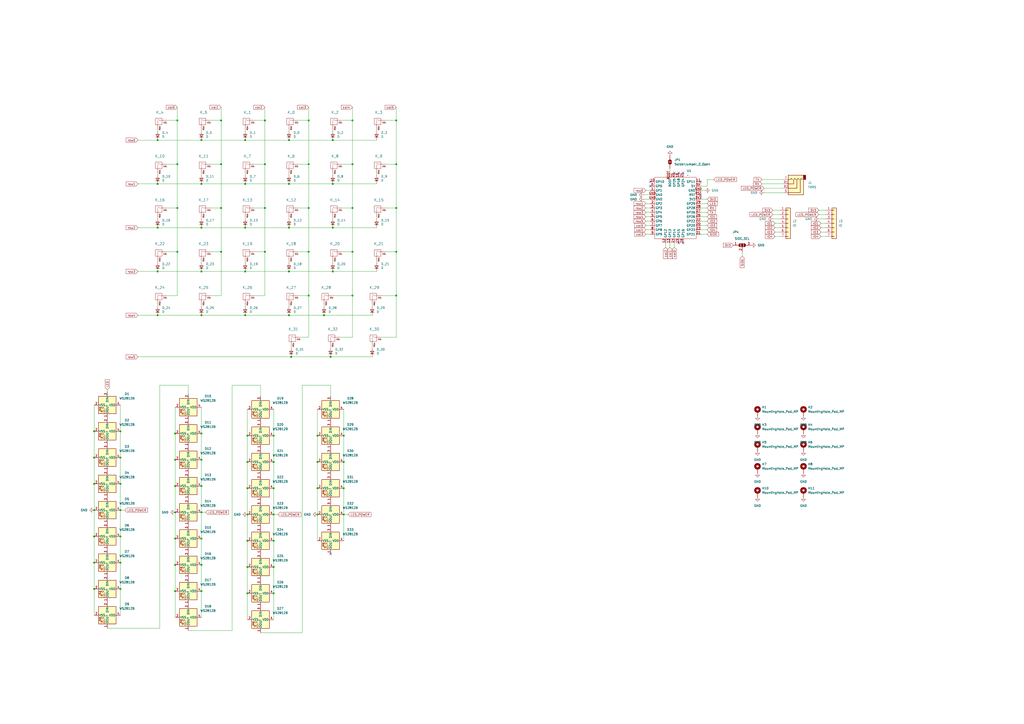
<source format=kicad_sch>
(kicad_sch (version 20250114) (generator "eeschema") (generator_version "9.0")
  (paper "A2")
  (junction (at 69.85 341.63))
  (junction (at 128.27 69.85))
  (junction (at 167.64 106.68))
  (junction (at 142.24 106.68))
  (junction (at 54.61 311.15))
  (junction (at 116.84 157.48))
  (junction (at 229.87 146.05))
  (junction (at 204.47 69.85))
  (junction (at 101.6 281.94))
  (junction (at 193.04 81.28))
  (junction (at 116.84 342.9))
  (junction (at 204.47 171.45))
  (junction (at 54.61 280.67))
  (junction (at 91.44 81.28))
  (junction (at 184.15 267.97))
  (junction (at 116.84 182.88))
  (junction (at 143.51 283.21))
  (junction (at 158.75 252.73))
  (junction (at 143.51 252.73))
  (junction (at 128.27 146.05))
  (junction (at 101.6 297.18))
  (junction (at 54.61 326.39))
  (junction (at 54.61 265.43))
  (junction (at 158.75 313.69))
  (junction (at 193.04 132.08))
  (junction (at 199.39 267.97))
  (junction (at 229.87 171.45))
  (junction (at 143.51 267.97))
  (junction (at 91.44 132.08))
  (junction (at 191.77 207.01))
  (junction (at 142.24 132.08))
  (junction (at 54.61 250.19))
  (junction (at 153.67 120.65))
  (junction (at 101.6 251.46))
  (junction (at 153.67 146.05))
  (junction (at 69.85 311.15))
  (junction (at 179.07 146.05))
  (junction (at 54.61 341.63))
  (junction (at 193.04 157.48))
  (junction (at 158.75 283.21))
  (junction (at 229.87 120.65))
  (junction (at 187.96 182.88))
  (junction (at 158.75 344.17))
  (junction (at 101.6 342.9))
  (junction (at 91.44 182.88))
  (junction (at 142.24 182.88))
  (junction (at 116.84 281.94))
  (junction (at 116.84 81.28))
  (junction (at 179.07 69.85))
  (junction (at 116.84 266.7))
  (junction (at 101.6 312.42))
  (junction (at 204.47 120.65))
  (junction (at 102.87 120.65))
  (junction (at 128.27 95.25))
  (junction (at 167.64 157.48))
  (junction (at 69.85 250.19))
  (junction (at 128.27 120.65))
  (junction (at 184.15 298.45))
  (junction (at 168.91 207.01))
  (junction (at 69.85 265.43))
  (junction (at 91.44 157.48))
  (junction (at 143.51 328.93))
  (junction (at 153.67 69.85))
  (junction (at 69.85 326.39))
  (junction (at 167.64 81.28))
  (junction (at 102.87 69.85))
  (junction (at 143.51 298.45))
  (junction (at 167.64 132.08))
  (junction (at 184.15 252.73))
  (junction (at 158.75 267.97))
  (junction (at 184.15 283.21))
  (junction (at 54.61 295.91))
  (junction (at 91.44 106.68))
  (junction (at 69.85 280.67))
  (junction (at 199.39 298.45))
  (junction (at 143.51 344.17))
  (junction (at 116.84 297.18))
  (junction (at 116.84 132.08))
  (junction (at 153.67 95.25))
  (junction (at 204.47 146.05))
  (junction (at 102.87 146.05))
  (junction (at 229.87 95.25))
  (junction (at 116.84 327.66))
  (junction (at 102.87 95.25))
  (junction (at 199.39 252.73))
  (junction (at 229.87 69.85))
  (junction (at 179.07 95.25))
  (junction (at 116.84 106.68))
  (junction (at 158.75 298.45))
  (junction (at 158.75 328.93))
  (junction (at 193.04 106.68))
  (junction (at 143.51 313.69))
  (junction (at 179.07 171.45))
  (junction (at 116.84 251.46))
  (junction (at 142.24 81.28))
  (junction (at 101.6 266.7))
  (junction (at 179.07 120.65))
  (junction (at 69.85 295.91))
  (junction (at 199.39 283.21))
  (junction (at 142.24 157.48))
  (junction (at 116.84 312.42))
  (junction (at 101.6 327.66))
  (junction (at 204.47 95.25))
  (junction (at 167.64 182.88))
  (no_connect (at 393.7 100.33))
  (no_connect (at 191.77 321.31))
  (no_connect (at 377.19 105.41))
  (no_connect (at 396.24 100.33))
  (no_connect (at 377.19 107.95))
  (no_connect (at 393.7 140.97))
  (no_connect (at 406.4 105.41))
  (no_connect (at 396.24 140.97))
  (no_connect (at 406.4 113.03))
  (no_connect (at 391.16 100.33))
  (wire (pts (xy 168.91 200.66) (xy 168.91 201.93)))
  (wire (pts (xy 167.64 125.73) (xy 167.64 127)))
  (wire (pts (xy 101.6 327.66) (xy 101.6 342.9)))
  (wire (pts (xy 223.52 95.25) (xy 229.87 95.25)))
  (wire (pts (xy 374.65 128.27) (xy 377.19 128.27)))
  (wire (pts (xy 128.27 171.45) (xy 128.27 146.05)))
  (wire (pts (xy 80.01 182.88) (xy 91.44 182.88)))
  (wire (pts (xy 158.75 344.17) (xy 158.75 359.41)))
  (wire (pts (xy 91.44 81.28) (xy 116.84 81.28)))
  (wire (pts (xy 410.21 104.14) (xy 410.21 107.95)))
  (wire (pts (xy 143.51 298.45) (xy 143.51 313.69)))
  (wire (pts (xy 147.32 120.65) (xy 153.67 120.65)))
  (wire (pts (xy 54.61 265.43) (xy 54.61 280.67)))
  (wire (pts (xy 406.4 133.35) (xy 410.21 133.35)))
  (wire (pts (xy 69.85 234.95) (xy 69.85 250.19)))
  (wire (pts (xy 184.15 252.73) (xy 184.15 267.97)))
  (wire (pts (xy 199.39 252.73) (xy 199.39 267.97)))
  (wire (pts (xy 91.44 106.68) (xy 116.84 106.68)))
  (wire (pts (xy 218.44 74.93) (xy 218.44 76.2)))
  (wire (pts (xy 184.15 237.49) (xy 184.15 252.73)))
  (wire (pts (xy 116.84 182.88) (xy 142.24 182.88)))
  (wire (pts (xy 167.64 74.93) (xy 167.64 76.2)))
  (wire (pts (xy 143.51 344.17) (xy 143.51 359.41)))
  (wire (pts (xy 179.07 146.05) (xy 179.07 120.65)))
  (wire (pts (xy 193.04 157.48) (xy 218.44 157.48)))
  (wire (pts (xy 193.04 81.28) (xy 218.44 81.28)))
  (wire (pts (xy 175.26 223.52) (xy 175.26 367.03)))
  (wire (pts (xy 175.26 223.52) (xy 191.77 223.52)))
  (wire (pts (xy 430.53 146.05) (xy 430.53 148.59)))
  (wire (pts (xy 193.04 100.33) (xy 193.04 101.6)))
  (wire (pts (xy 116.84 281.94) (xy 116.84 297.18)))
  (wire (pts (xy 80.01 81.28) (xy 91.44 81.28)))
  (wire (pts (xy 373.38 115.57) (xy 377.19 115.57)))
  (wire (pts (xy 142.24 176.53) (xy 142.24 177.8)))
  (wire (pts (xy 179.07 195.58) (xy 179.07 171.45)))
  (wire (pts (xy 143.51 267.97) (xy 143.51 283.21)))
  (wire (pts (xy 96.52 146.05) (xy 102.87 146.05)))
  (wire (pts (xy 96.52 120.65) (xy 102.87 120.65)))
  (wire (pts (xy 116.84 251.46) (xy 116.84 266.7)))
  (wire (pts (xy 374.65 110.49) (xy 377.19 110.49)))
  (wire (pts (xy 199.39 237.49) (xy 199.39 252.73)))
  (wire (pts (xy 128.27 62.23) (xy 128.27 69.85)))
  (wire (pts (xy 476.25 137.16) (xy 478.79 137.16)))
  (wire (pts (xy 158.75 283.21) (xy 158.75 298.45)))
  (wire (pts (xy 142.24 74.93) (xy 142.24 76.2)))
  (wire (pts (xy 69.85 265.43) (xy 69.85 280.67)))
  (wire (pts (xy 80.01 132.08) (xy 91.44 132.08)))
  (wire (pts (xy 474.98 121.92) (xy 478.79 121.92)))
  (wire (pts (xy 229.87 62.23) (xy 229.87 69.85)))
  (wire (pts (xy 109.22 365.76) (xy 134.62 365.76)))
  (wire (pts (xy 158.75 328.93) (xy 158.75 344.17)))
  (wire (pts (xy 91.44 157.48) (xy 116.84 157.48)))
  (wire (pts (xy 69.85 280.67) (xy 69.85 295.91)))
  (wire (pts (xy 204.47 195.58) (xy 204.47 171.45)))
  (wire (pts (xy 215.9 200.66) (xy 215.9 201.93)))
  (wire (pts (xy 102.87 171.45) (xy 102.87 146.05)))
  (wire (pts (xy 218.44 125.73) (xy 218.44 127)))
  (wire (pts (xy 167.64 81.28) (xy 193.04 81.28)))
  (wire (pts (xy 193.04 132.08) (xy 218.44 132.08)))
  (wire (pts (xy 199.39 267.97) (xy 199.39 283.21)))
  (wire (pts (xy 153.67 171.45) (xy 153.67 146.05)))
  (wire (pts (xy 218.44 100.33) (xy 218.44 101.6)))
  (wire (pts (xy 374.65 125.73) (xy 377.19 125.73)))
  (wire (pts (xy 454.66 111.76) (xy 443.23 111.76)))
  (wire (pts (xy 54.61 295.91) (xy 54.61 311.15)))
  (wire (pts (xy 96.52 95.25) (xy 102.87 95.25)))
  (wire (pts (xy 143.51 252.73) (xy 143.51 267.97)))
  (wire (pts (xy 91.44 74.93) (xy 91.44 76.2)))
  (wire (pts (xy 449.58 137.16) (xy 452.12 137.16)))
  (wire (pts (xy 184.15 298.45) (xy 184.15 313.69)))
  (wire (pts (xy 184.15 267.97) (xy 184.15 283.21)))
  (wire (pts (xy 198.12 120.65) (xy 204.47 120.65)))
  (wire (pts (xy 448.31 127) (xy 452.12 127)))
  (wire (pts (xy 142.24 125.73) (xy 142.24 127)))
  (wire (pts (xy 142.24 132.08) (xy 167.64 132.08)))
  (wire (pts (xy 374.65 135.89) (xy 377.19 135.89)))
  (wire (pts (xy 153.67 146.05) (xy 153.67 120.65)))
  (wire (pts (xy 101.6 342.9) (xy 101.6 358.14)))
  (wire (pts (xy 199.39 298.45) (xy 199.39 313.69)))
  (wire (pts (xy 391.16 140.97) (xy 391.16 143.51)))
  (wire (pts (xy 147.32 146.05) (xy 153.67 146.05)))
  (wire (pts (xy 179.07 69.85) (xy 179.07 95.25)))
  (wire (pts (xy 91.44 132.08) (xy 116.84 132.08)))
  (wire (pts (xy 229.87 146.05) (xy 229.87 120.65)))
  (wire (pts (xy 147.32 171.45) (xy 153.67 171.45)))
  (wire (pts (xy 198.12 95.25) (xy 204.47 95.25)))
  (wire (pts (xy 199.39 283.21) (xy 199.39 298.45)))
  (wire (pts (xy 109.22 223.52) (xy 109.22 228.6)))
  (wire (pts (xy 374.65 133.35) (xy 377.19 133.35)))
  (wire (pts (xy 116.84 81.28) (xy 142.24 81.28)))
  (wire (pts (xy 143.51 283.21) (xy 143.51 298.45)))
  (wire (pts (xy 128.27 120.65) (xy 128.27 95.25)))
  (wire (pts (xy 153.67 120.65) (xy 153.67 95.25)))
  (wire (pts (xy 223.52 146.05) (xy 229.87 146.05)))
  (wire (pts (xy 167.64 106.68) (xy 193.04 106.68)))
  (wire (pts (xy 121.92 69.85) (xy 128.27 69.85)))
  (wire (pts (xy 374.65 118.11) (xy 377.19 118.11)))
  (wire (pts (xy 116.84 106.68) (xy 142.24 106.68)))
  (wire (pts (xy 91.44 182.88) (xy 116.84 182.88)))
  (wire (pts (xy 191.77 207.01) (xy 215.9 207.01)))
  (wire (pts (xy 474.98 127) (xy 478.79 127)))
  (wire (pts (xy 101.6 297.18) (xy 101.6 312.42)))
  (wire (pts (xy 196.85 195.58) (xy 204.47 195.58)))
  (wire (pts (xy 121.92 171.45) (xy 128.27 171.45)))
  (wire (pts (xy 388.62 97.79) (xy 388.62 100.33)))
  (wire (pts (xy 54.61 326.39) (xy 54.61 341.63)))
  (wire (pts (xy 69.85 341.63) (xy 69.85 356.87)))
  (wire (pts (xy 116.84 176.53) (xy 116.84 177.8)))
  (wire (pts (xy 116.84 125.73) (xy 116.84 127)))
  (wire (pts (xy 167.64 132.08) (xy 193.04 132.08)))
  (wire (pts (xy 204.47 146.05) (xy 204.47 171.45)))
  (wire (pts (xy 80.01 106.68) (xy 91.44 106.68)))
  (wire (pts (xy 441.96 106.68) (xy 454.66 106.68)))
  (wire (pts (xy 158.75 237.49) (xy 158.75 252.73)))
  (wire (pts (xy 172.72 95.25) (xy 179.07 95.25)))
  (wire (pts (xy 193.04 74.93) (xy 193.04 76.2)))
  (wire (pts (xy 448.31 124.46) (xy 452.12 124.46)))
  (wire (pts (xy 449.58 134.62) (xy 452.12 134.62)))
  (wire (pts (xy 128.27 69.85) (xy 128.27 95.25)))
  (wire (pts (xy 179.07 171.45) (xy 179.07 146.05)))
  (wire (pts (xy 91.44 100.33) (xy 91.44 101.6)))
  (wire (pts (xy 116.84 74.93) (xy 116.84 76.2)))
  (wire (pts (xy 54.61 341.63) (xy 54.61 356.87)))
  (wire (pts (xy 476.25 134.62) (xy 478.79 134.62)))
  (wire (pts (xy 449.58 129.54) (xy 452.12 129.54)))
  (wire (pts (xy 143.51 237.49) (xy 143.51 252.73)))
  (wire (pts (xy 69.85 326.39) (xy 69.85 341.63)))
  (wire (pts (xy 410.21 123.19) (xy 406.4 123.19)))
  (wire (pts (xy 172.72 69.85) (xy 179.07 69.85)))
  (wire (pts (xy 386.08 140.97) (xy 386.08 143.51)))
  (wire (pts (xy 229.87 146.05) (xy 229.87 171.45)))
  (wire (pts (xy 128.27 146.05) (xy 128.27 120.65)))
  (wire (pts (xy 191.77 223.52) (xy 191.77 229.87)))
  (wire (pts (xy 101.6 312.42) (xy 101.6 327.66)))
  (wire (pts (xy 173.99 195.58) (xy 179.07 195.58)))
  (wire (pts (xy 406.4 115.57) (xy 410.21 115.57)))
  (wire (pts (xy 96.52 171.45) (xy 102.87 171.45)))
  (wire (pts (xy 142.24 81.28) (xy 167.64 81.28)))
  (wire (pts (xy 187.96 182.88) (xy 215.9 182.88)))
  (wire (pts (xy 204.47 62.23) (xy 204.47 69.85)))
  (wire (pts (xy 116.84 342.9) (xy 116.84 358.14)))
  (wire (pts (xy 116.84 132.08) (xy 142.24 132.08)))
  (wire (pts (xy 198.12 69.85) (xy 204.47 69.85)))
  (wire (pts (xy 101.6 251.46) (xy 101.6 266.7)))
  (wire (pts (xy 179.07 62.23) (xy 179.07 69.85)))
  (wire (pts (xy 116.84 312.42) (xy 116.84 327.66)))
  (wire (pts (xy 406.4 130.81) (xy 410.21 130.81)))
  (wire (pts (xy 410.21 104.14) (xy 414.02 104.14)))
  (wire (pts (xy 54.61 311.15) (xy 54.61 326.39)))
  (wire (pts (xy 215.9 177.8) (xy 215.9 176.53)))
  (wire (pts (xy 218.44 151.13) (xy 218.44 152.4)))
  (wire (pts (xy 142.24 157.48) (xy 167.64 157.48)))
  (wire (pts (xy 116.84 236.22) (xy 116.84 251.46)))
  (wire (pts (xy 204.47 69.85) (xy 204.47 95.25)))
  (wire (pts (xy 54.61 280.67) (xy 54.61 295.91)))
  (wire (pts (xy 223.52 69.85) (xy 229.87 69.85)))
  (wire (pts (xy 153.67 69.85) (xy 153.67 95.25)))
  (wire (pts (xy 223.52 120.65) (xy 229.87 120.65)))
  (wire (pts (xy 191.77 200.66) (xy 191.77 201.93)))
  (wire (pts (xy 116.84 297.18) (xy 119.38 297.18)))
  (wire (pts (xy 374.65 123.19) (xy 377.19 123.19)))
  (wire (pts (xy 151.13 367.03) (xy 175.26 367.03)))
  (wire (pts (xy 91.44 125.73) (xy 91.44 127)))
  (wire (pts (xy 102.87 69.85) (xy 102.87 95.25)))
  (wire (pts (xy 187.96 177.8) (xy 187.96 176.53)))
  (wire (pts (xy 172.72 146.05) (xy 179.07 146.05)))
  (wire (pts (xy 54.61 250.19) (xy 54.61 265.43)))
  (wire (pts (xy 406.4 128.27) (xy 410.21 128.27)))
  (wire (pts (xy 147.32 95.25) (xy 153.67 95.25)))
  (wire (pts (xy 406.4 110.49) (xy 408.94 110.49)))
  (wire (pts (xy 476.25 132.08) (xy 478.79 132.08)))
  (wire (pts (xy 406.4 125.73) (xy 410.21 125.73)))
  (wire (pts (xy 121.92 120.65) (xy 128.27 120.65)))
  (wire (pts (xy 96.52 69.85) (xy 102.87 69.85)))
  (wire (pts (xy 102.87 62.23) (xy 102.87 69.85)))
  (wire (pts (xy 158.75 267.97) (xy 158.75 283.21)))
  (wire (pts (xy 198.12 146.05) (xy 204.47 146.05)))
  (wire (pts (xy 168.91 207.01) (xy 191.77 207.01)))
  (wire (pts (xy 454.66 104.14) (xy 441.96 104.14)))
  (wire (pts (xy 116.84 157.48) (xy 142.24 157.48)))
  (wire (pts (xy 193.04 106.68) (xy 218.44 106.68)))
  (wire (pts (xy 116.84 266.7) (xy 116.84 281.94)))
  (wire (pts (xy 448.31 121.92) (xy 452.12 121.92)))
  (wire (pts (xy 167.64 176.53) (xy 167.64 177.8)))
  (wire (pts (xy 410.21 120.65) (xy 406.4 120.65)))
  (wire (pts (xy 179.07 120.65) (xy 179.07 95.25)))
  (wire (pts (xy 167.64 182.88) (xy 187.96 182.88)))
  (wire (pts (xy 102.87 120.65) (xy 102.87 95.25)))
  (wire (pts (xy 142.24 100.33) (xy 142.24 101.6)))
  (wire (pts (xy 69.85 250.19) (xy 69.85 265.43)))
  (wire (pts (xy 142.24 182.88) (xy 167.64 182.88)))
  (wire (pts (xy 151.13 223.52) (xy 151.13 229.87)))
  (wire (pts (xy 374.65 120.65) (xy 377.19 120.65)))
  (wire (pts (xy 91.44 176.53) (xy 91.44 177.8)))
  (wire (pts (xy 158.75 298.45) (xy 158.75 313.69)))
  (wire (pts (xy 54.61 234.95) (xy 54.61 250.19)))
  (wire (pts (xy 204.47 120.65) (xy 204.47 95.25)))
  (wire (pts (xy 449.58 132.08) (xy 452.12 132.08)))
  (wire (pts (xy 406.4 135.89) (xy 410.21 135.89)))
  (wire (pts (xy 116.84 100.33) (xy 116.84 101.6)))
  (wire (pts (xy 373.38 113.03) (xy 377.19 113.03)))
  (wire (pts (xy 172.72 120.65) (xy 179.07 120.65)))
  (wire (pts (xy 454.66 109.22) (xy 443.23 109.22)))
  (wire (pts (xy 101.6 266.7) (xy 101.6 281.94)))
  (wire (pts (xy 229.87 69.85) (xy 229.87 95.25)))
  (wire (pts (xy 91.44 151.13) (xy 91.44 152.4)))
  (wire (pts (xy 147.32 69.85) (xy 153.67 69.85)))
  (wire (pts (xy 62.23 364.49) (xy 92.71 364.49)))
  (wire (pts (xy 69.85 311.15) (xy 69.85 326.39)))
  (wire (pts (xy 374.65 130.81) (xy 377.19 130.81)))
  (wire (pts (xy 220.98 195.58) (xy 229.87 195.58)))
  (wire (pts (xy 167.64 157.48) (xy 193.04 157.48)))
  (wire (pts (xy 80.01 157.48) (xy 91.44 157.48)))
  (wire (pts (xy 92.71 364.49) (xy 92.71 223.52)))
  (wire (pts (xy 142.24 106.68) (xy 167.64 106.68)))
  (wire (pts (xy 101.6 281.94) (xy 101.6 297.18)))
  (wire (pts (xy 134.62 365.76) (xy 134.62 223.52)))
  (wire (pts (xy 184.15 283.21) (xy 184.15 298.45)))
  (wire (pts (xy 153.67 62.23) (xy 153.67 69.85)))
  (wire (pts (xy 116.84 297.18) (xy 116.84 312.42)))
  (wire (pts (xy 199.39 298.45) (xy 201.93 298.45)))
  (wire (pts (xy 134.62 223.52) (xy 151.13 223.52)))
  (wire (pts (xy 143.51 313.69) (xy 143.51 328.93)))
  (wire (pts (xy 220.98 171.45) (xy 229.87 171.45)))
  (wire (pts (xy 158.75 252.73) (xy 158.75 267.97)))
  (wire (pts (xy 62.23 226.06) (xy 62.23 227.33)))
  (wire (pts (xy 101.6 236.22) (xy 101.6 251.46)))
  (wire (pts (xy 92.71 223.52) (xy 109.22 223.52)))
  (wire (pts (xy 229.87 120.65) (xy 229.87 95.25)))
  (wire (pts (xy 116.84 151.13) (xy 116.84 152.4)))
  (wire (pts (xy 229.87 195.58) (xy 229.87 171.45)))
  (wire (pts (xy 121.92 146.05) (xy 128.27 146.05)))
  (wire (pts (xy 69.85 295.91) (xy 69.85 311.15)))
  (wire (pts (xy 158.75 298.45) (xy 161.29 298.45)))
  (wire (pts (xy 204.47 146.05) (xy 204.47 120.65)))
  (wire (pts (xy 167.64 151.13) (xy 167.64 152.4)))
  (wire (pts (xy 116.84 327.66) (xy 116.84 342.9)))
  (wire (pts (xy 72.39 295.91) (xy 69.85 295.91)))
  (wire (pts (xy 406.4 118.11) (xy 410.21 118.11)))
  (wire (pts (xy 410.21 107.95) (xy 406.4 107.95)))
  (wire (pts (xy 476.25 129.54) (xy 478.79 129.54)))
  (wire (pts (xy 204.47 171.45) (xy 193.04 171.45)))
  (wire (pts (xy 121.92 95.25) (xy 128.27 95.25)))
  (wire (pts (xy 193.04 125.73) (xy 193.04 127)))
  (wire (pts (xy 102.87 146.05) (xy 102.87 120.65)))
  (wire (pts (xy 388.62 140.97) (xy 388.62 143.51)))
  (wire (pts (xy 158.75 313.69) (xy 158.75 328.93)))
  (wire (pts (xy 193.04 151.13) (xy 193.04 152.4)))
  (wire (pts (xy 143.51 328.93) (xy 143.51 344.17)))
  (wire (pts (xy 80.01 207.01) (xy 168.91 207.01)))
  (wire (pts (xy 142.24 151.13) (xy 142.24 152.4)))
  (wire (pts (xy 172.72 171.45) (xy 179.07 171.45)))
  (wire (pts (xy 167.64 100.33) (xy 167.64 101.6)))
  (wire (pts (xy 474.98 124.46) (xy 478.79 124.46)))
  (global_label "IO4" (shape input) (at 449.58 137.16 180) (property "Intersheetrefs" "${INTERSHEET_REFS}" (effects (hide yes))))
  (global_label "col2" (shape input) (at 153.67 62.23 180) (property "Intersheetrefs" "${INTERSHEET_REFS}" (effects (hide yes))))
  (global_label "3V3" (shape input) (at 474.98 121.92 180) (property "Intersheetrefs" "${INTERSHEET_REFS}" (effects (hide yes))))
  (global_label "row0" (shape input) (at 80.01 81.28 180) (property "Intersheetrefs" "${INTERSHEET_REFS}" (effects (hide yes))))
  (global_label "LED_POWER" (shape input) (at 119.38 297.18 0) (property "Intersheetrefs" "${INTERSHEET_REFS}" (effects (hide yes))))
  (global_label "3V3" (shape input) (at 410.21 115.57 0) (property "Intersheetrefs" "${INTERSHEET_REFS}" (effects (hide yes))))
  (global_label "row0" (shape input) (at 374.65 110.49 180) (property "Intersheetrefs" "${INTERSHEET_REFS}" (effects (hide yes))))
  (global_label "row5" (shape input) (at 374.65 128.27 180) (property "Intersheetrefs" "${INTERSHEET_REFS}" (effects (hide yes))))
  (global_label "IO3" (shape input) (at 410.21 130.81 0) (property "Intersheetrefs" "${INTERSHEET_REFS}" (effects (hide yes))))
  (global_label "IO3" (shape input) (at 449.58 134.62 180) (property "Intersheetrefs" "${INTERSHEET_REFS}" (effects (hide yes))))
  (global_label "col4" (shape input) (at 204.47 62.23 180) (property "Intersheetrefs" "${INTERSHEET_REFS}" (effects (hide yes))))
  (global_label "col2" (shape input) (at 386.08 143.51 270) (property "Intersheetrefs" "${INTERSHEET_REFS}" (effects (hide yes))))
  (global_label "col0" (shape input) (at 391.16 143.51 270) (property "Intersheetrefs" "${INTERSHEET_REFS}" (effects (hide yes))))
  (global_label "row3" (shape input) (at 374.65 123.19 180) (property "Intersheetrefs" "${INTERSHEET_REFS}" (effects (hide yes))))
  (global_label "LED_POWER" (shape input) (at 161.29 298.45 0) (property "Intersheetrefs" "${INTERSHEET_REFS}" (effects (hide yes))))
  (global_label "row2" (shape input) (at 374.65 120.65 180) (property "Intersheetrefs" "${INTERSHEET_REFS}" (effects (hide yes))))
  (global_label "col3" (shape input) (at 374.65 135.89 180) (property "Intersheetrefs" "${INTERSHEET_REFS}" (effects (hide yes))))
  (global_label "LED_POWER" (shape input) (at 414.02 104.14 0) (property "Intersheetrefs" "${INTERSHEET_REFS}" (effects (hide yes))))
  (global_label "IO1" (shape input) (at 476.25 129.54 180) (property "Intersheetrefs" "${INTERSHEET_REFS}" (effects (hide yes))))
  (global_label "col3" (shape input) (at 179.07 62.23 180) (property "Intersheetrefs" "${INTERSHEET_REFS}" (effects (hide yes))))
  (global_label "row2" (shape input) (at 80.01 132.08 180) (property "Intersheetrefs" "${INTERSHEET_REFS}" (effects (hide yes))))
  (global_label "SIDE" (shape input) (at 410.21 135.89 0) (property "Intersheetrefs" "${INTERSHEET_REFS}" (effects (hide yes))))
  (global_label "IO1" (shape input) (at 449.58 129.54 180) (property "Intersheetrefs" "${INTERSHEET_REFS}" (effects (hide yes))))
  (global_label "IO2" (shape input) (at 410.21 128.27 0) (property "Intersheetrefs" "${INTERSHEET_REFS}" (effects (hide yes))))
  (global_label "row5" (shape input) (at 80.01 207.01 180) (property "Intersheetrefs" "${INTERSHEET_REFS}" (effects (hide yes))))
  (global_label "LED_POWER" (shape input) (at 448.31 124.46 180) (property "Intersheetrefs" "${INTERSHEET_REFS}" (effects (hide yes))))
  (global_label "IO2" (shape input) (at 449.58 132.08 180) (property "Intersheetrefs" "${INTERSHEET_REFS}" (effects (hide yes))))
  (global_label "RX" (shape input) (at 410.21 120.65 0) (property "Intersheetrefs" "${INTERSHEET_REFS}" (effects (hide yes))))
  (global_label "LED" (shape input) (at 410.21 118.11 0) (property "Intersheetrefs" "${INTERSHEET_REFS}" (effects (hide yes))))
  (global_label "LED_POWER" (shape input) (at 443.23 109.22 180) (property "Intersheetrefs" "${INTERSHEET_REFS}" (effects (hide yes))))
  (global_label "RX" (shape input) (at 441.96 106.68 180) (property "Intersheetrefs" "${INTERSHEET_REFS}" (effects (hide yes))))
  (global_label "LED_POWER" (shape input) (at 201.93 298.45 0) (property "Intersheetrefs" "${INTERSHEET_REFS}" (effects (hide yes))))
  (global_label "col0" (shape input) (at 102.87 62.23 180) (property "Intersheetrefs" "${INTERSHEET_REFS}" (effects (hide yes))))
  (global_label "row4" (shape input) (at 80.01 182.88 180) (property "Intersheetrefs" "${INTERSHEET_REFS}" (effects (hide yes))))
  (global_label "col5" (shape input) (at 374.65 130.81 180) (property "Intersheetrefs" "${INTERSHEET_REFS}" (effects (hide yes))))
  (global_label "TX" (shape input) (at 410.21 123.19 0) (property "Intersheetrefs" "${INTERSHEET_REFS}" (effects (hide yes))))
  (global_label "SIDE" (shape input) (at 430.53 148.59 270) (property "Intersheetrefs" "${INTERSHEET_REFS}" (effects (hide yes))))
  (global_label "row1" (shape input) (at 374.65 118.11 180) (property "Intersheetrefs" "${INTERSHEET_REFS}" (effects (hide yes))))
  (global_label "LED_POWER" (shape input) (at 474.98 124.46 180) (property "Intersheetrefs" "${INTERSHEET_REFS}" (effects (hide yes))))
  (global_label "3V3" (shape input) (at 448.31 121.92 180) (property "Intersheetrefs" "${INTERSHEET_REFS}" (effects (hide yes))))
  (global_label "row3" (shape input) (at 80.01 157.48 180) (property "Intersheetrefs" "${INTERSHEET_REFS}" (effects (hide yes))))
  (global_label "IO4" (shape input) (at 476.25 137.16 180) (property "Intersheetrefs" "${INTERSHEET_REFS}" (effects (hide yes))))
  (global_label "IO1" (shape input) (at 410.21 125.73 0) (property "Intersheetrefs" "${INTERSHEET_REFS}" (effects (hide yes))))
  (global_label "IO4" (shape input) (at 410.21 133.35 0) (property "Intersheetrefs" "${INTERSHEET_REFS}" (effects (hide yes))))
  (global_label "col1" (shape input) (at 128.27 62.23 180) (property "Intersheetrefs" "${INTERSHEET_REFS}" (effects (hide yes))))
  (global_label "IO2" (shape input) (at 476.25 132.08 180) (property "Intersheetrefs" "${INTERSHEET_REFS}" (effects (hide yes))))
  (global_label "TX" (shape input) (at 441.96 104.14 180) (property "Intersheetrefs" "${INTERSHEET_REFS}" (effects (hide yes))))
  (global_label "col5" (shape input) (at 229.87 62.23 180) (property "Intersheetrefs" "${INTERSHEET_REFS}" (effects (hide yes))))
  (global_label "col1" (shape input) (at 388.62 143.51 270) (property "Intersheetrefs" "${INTERSHEET_REFS}" (effects (hide yes))))
  (global_label "LED_POWER" (shape input) (at 72.39 295.91 0) (property "Intersheetrefs" "${INTERSHEET_REFS}" (effects (hide yes))))
  (global_label "LED" (shape input) (at 62.23 226.06 90) (property "Intersheetrefs" "${INTERSHEET_REFS}" (effects (hide yes))))
  (global_label "row4" (shape input) (at 374.65 125.73 180) (property "Intersheetrefs" "${INTERSHEET_REFS}" (effects (hide yes))))
  (global_label "IO3" (shape input) (at 476.25 134.62 180) (property "Intersheetrefs" "${INTERSHEET_REFS}" (effects (hide yes))))
  (global_label "row1" (shape input) (at 80.01 106.68 180) (property "Intersheetrefs" "${INTERSHEET_REFS}" (effects (hide yes))))
  (global_label "col4" (shape input) (at 374.65 133.35 180) (property "Intersheetrefs" "${INTERSHEET_REFS}" (effects (hide yes))))
  (global_label "3V3" (shape input) (at 425.45 142.24 180) (property "Intersheetrefs" "${INTERSHEET_REFS}" (effects (hide yes))))
  (symbol (lib_id "Device:D_Small") (at 167.64 78.74 90) (unit 1)
    (property "Reference" "D_0" (at 170.18 76.962 90) (effects (justify right)))
    (property "Value" "D" (at 170.18 79.248 90) (effects (justify right)))
    (property "Footprint" "EUK:D_SOD-123_Reversible" (effects (hide yes)))
  )
  (symbol (lib_id "MX_Alps_Hybrid:MX-NoLED") (at 168.91 71.12 0) (unit 1)
    (property "Reference" "K_0" (at 168.91 65.2018 0) (effects (font (size 1.524 1.524))))
    (property "Value" "KEYSW" (effects (hide yes)))
    (property "Footprint" "EUK:Kailh_socket_MX_reversible" (effects (hide yes)))
  )
  (symbol (lib_id "Device:D_Small") (at 142.24 78.74 90) (unit 1)
    (property "Reference" "D_1" (at 144.78 76.962 90) (effects (justify right)))
    (property "Value" "D" (at 144.78 79.248 90) (effects (justify right)))
    (property "Footprint" "EUK:D_SOD-123_Reversible" (effects (hide yes)))
  )
  (symbol (lib_id "MX_Alps_Hybrid:MX-NoLED") (at 143.51 71.12 0) (unit 1)
    (property "Reference" "K_1" (at 143.51 65.2018 0) (effects (font (size 1.524 1.524))))
    (property "Value" "KEYSW" (effects (hide yes)))
    (property "Footprint" "EUK:Kailh_socket_MX_reversible" (effects (hide yes)))
  )
  (symbol (lib_id "Device:D_Small") (at 193.04 78.74 90) (unit 1)
    (property "Reference" "D_2" (at 195.58 76.962 90) (effects (justify right)))
    (property "Value" "D" (at 195.58 79.248 90) (effects (justify right)))
    (property "Footprint" "EUK:D_SOD-123_Reversible" (effects (hide yes)))
  )
  (symbol (lib_id "MX_Alps_Hybrid:MX-NoLED") (at 194.31 71.12 0) (unit 1)
    (property "Reference" "K_2" (at 194.31 65.2018 0) (effects (font (size 1.524 1.524))))
    (property "Value" "KEYSW" (effects (hide yes)))
    (property "Footprint" "EUK:Kailh_socket_MX_reversible" (effects (hide yes)))
  )
  (symbol (lib_id "Device:D_Small") (at 218.44 78.74 90) (unit 1)
    (property "Reference" "D_3" (at 220.98 76.962 90) (effects (justify right)))
    (property "Value" "D" (at 220.98 79.248 90) (effects (justify right)))
    (property "Footprint" "EUK:D_SOD-123_Reversible" (effects (hide yes)))
  )
  (symbol (lib_id "MX_Alps_Hybrid:MX-NoLED") (at 219.71 71.12 0) (unit 1)
    (property "Reference" "K_3" (at 219.71 65.2018 0) (effects (font (size 1.524 1.524))))
    (property "Value" "KEYSW" (effects (hide yes)))
    (property "Footprint" "EUK:Kailh_socket_MX_reversible" (effects (hide yes)))
  )
  (symbol (lib_id "Device:D_Small") (at 91.44 78.74 90) (unit 1)
    (property "Reference" "D_4" (at 93.98 76.962 90) (effects (justify right)))
    (property "Value" "D" (at 93.98 79.248 90) (effects (justify right)))
    (property "Footprint" "EUK:D_SOD-123_Reversible" (effects (hide yes)))
  )
  (symbol (lib_id "MX_Alps_Hybrid:MX-NoLED") (at 92.71 71.12 0) (unit 1)
    (property "Reference" "K_4" (at 92.71 65.2018 0) (effects (font (size 1.524 1.524))))
    (property "Value" "KEYSW" (effects (hide yes)))
    (property "Footprint" "EUK:Kailh_socket_MX_reversible" (effects (hide yes)))
  )
  (symbol (lib_id "Device:D_Small") (at 116.84 78.74 90) (unit 1)
    (property "Reference" "D_5" (at 119.38 76.962 90) (effects (justify right)))
    (property "Value" "D" (at 119.38 79.248 90) (effects (justify right)))
    (property "Footprint" "EUK:D_SOD-123_Reversible" (effects (hide yes)))
  )
  (symbol (lib_id "MX_Alps_Hybrid:MX-NoLED") (at 118.11 71.12 0) (unit 1)
    (property "Reference" "K_5" (at 118.11 65.2018 0) (effects (font (size 1.524 1.524))))
    (property "Value" "KEYSW" (effects (hide yes)))
    (property "Footprint" "EUK:Kailh_socket_MX_reversible" (effects (hide yes)))
  )
  (symbol (lib_id "Device:D_Small") (at 167.64 104.14 90) (unit 1)
    (property "Reference" "D_6" (at 170.18 102.362 90) (effects (justify right)))
    (property "Value" "D" (at 170.18 104.648 90) (effects (justify right)))
    (property "Footprint" "EUK:D_SOD-123_Reversible" (effects (hide yes)))
  )
  (symbol (lib_id "MX_Alps_Hybrid:MX-NoLED") (at 168.91 96.52 0) (unit 1)
    (property "Reference" "K_6" (at 168.91 90.6018 0) (effects (font (size 1.524 1.524))))
    (property "Value" "KEYSW" (effects (hide yes)))
    (property "Footprint" "EUK:Kailh_socket_MX_reversible" (effects (hide yes)))
  )
  (symbol (lib_id "Device:D_Small") (at 142.24 104.14 90) (unit 1)
    (property "Reference" "D_7" (at 144.78 102.362 90) (effects (justify right)))
    (property "Value" "D" (at 144.78 104.648 90) (effects (justify right)))
    (property "Footprint" "EUK:D_SOD-123_Reversible" (effects (hide yes)))
  )
  (symbol (lib_id "MX_Alps_Hybrid:MX-NoLED") (at 143.51 96.52 0) (unit 1)
    (property "Reference" "K_7" (at 143.51 90.6018 0) (effects (font (size 1.524 1.524))))
    (property "Value" "KEYSW" (effects (hide yes)))
    (property "Footprint" "EUK:Kailh_socket_MX_reversible" (effects (hide yes)))
  )
  (symbol (lib_id "Device:D_Small") (at 193.04 104.14 90) (unit 1)
    (property "Reference" "D_8" (at 195.58 102.362 90) (effects (justify right)))
    (property "Value" "D" (at 195.58 104.648 90) (effects (justify right)))
    (property "Footprint" "EUK:D_SOD-123_Reversible" (effects (hide yes)))
  )
  (symbol (lib_id "MX_Alps_Hybrid:MX-NoLED") (at 194.31 96.52 0) (unit 1)
    (property "Reference" "K_8" (at 194.31 90.6018 0) (effects (font (size 1.524 1.524))))
    (property "Value" "KEYSW" (effects (hide yes)))
    (property "Footprint" "EUK:Kailh_socket_MX_reversible" (effects (hide yes)))
  )
  (symbol (lib_id "Device:D_Small") (at 218.44 104.14 90) (unit 1)
    (property "Reference" "D_9" (at 220.98 102.362 90) (effects (justify right)))
    (property "Value" "D" (at 220.98 104.648 90) (effects (justify right)))
    (property "Footprint" "EUK:D_SOD-123_Reversible" (effects (hide yes)))
  )
  (symbol (lib_id "MX_Alps_Hybrid:MX-NoLED") (at 219.71 96.52 0) (unit 1)
    (property "Reference" "K_9" (at 219.71 90.6018 0) (effects (font (size 1.524 1.524))))
    (property "Value" "KEYSW" (effects (hide yes)))
    (property "Footprint" "EUK:Kailh_socket_MX_reversible" (effects (hide yes)))
  )
  (symbol (lib_id "Device:D_Small") (at 91.44 104.14 90) (unit 1)
    (property "Reference" "D_10" (at 93.98 102.362 90) (effects (justify right)))
    (property "Value" "D" (at 93.98 104.648 90) (effects (justify right)))
    (property "Footprint" "EUK:D_SOD-123_Reversible" (effects (hide yes)))
  )
  (symbol (lib_id "MX_Alps_Hybrid:MX-NoLED") (at 92.71 96.52 0) (unit 1)
    (property "Reference" "K_10" (at 92.71 90.6018 0) (effects (font (size 1.524 1.524))))
    (property "Value" "KEYSW" (effects (hide yes)))
    (property "Footprint" "EUK:Kailh_socket_MX_reversible" (effects (hide yes)))
  )
  (symbol (lib_id "Device:D_Small") (at 116.84 104.14 90) (unit 1)
    (property "Reference" "D_11" (at 119.38 102.362 90) (effects (justify right)))
    (property "Value" "D" (at 119.38 104.648 90) (effects (justify right)))
    (property "Footprint" "EUK:D_SOD-123_Reversible" (effects (hide yes)))
  )
  (symbol (lib_id "MX_Alps_Hybrid:MX-NoLED") (at 118.11 96.52 0) (unit 1)
    (property "Reference" "K_11" (at 118.11 90.6018 0) (effects (font (size 1.524 1.524))))
    (property "Value" "KEYSW" (effects (hide yes)))
    (property "Footprint" "EUK:Kailh_socket_MX_reversible" (effects (hide yes)))
  )
  (symbol (lib_id "Device:D_Small") (at 167.64 129.54 90) (unit 1)
    (property "Reference" "D_12" (at 170.18 127.762 90) (effects (justify right)))
    (property "Value" "D" (at 170.18 130.048 90) (effects (justify right)))
    (property "Footprint" "EUK:D_SOD-123_Reversible" (effects (hide yes)))
  )
  (symbol (lib_id "MX_Alps_Hybrid:MX-NoLED") (at 168.91 121.92 0) (unit 1)
    (property "Reference" "K_12" (at 168.91 116.0018 0) (effects (font (size 1.524 1.524))))
    (property "Value" "KEYSW" (effects (hide yes)))
    (property "Footprint" "EUK:Kailh_socket_MX_reversible" (effects (hide yes)))
  )
  (symbol (lib_id "Device:D_Small") (at 142.24 129.54 90) (unit 1)
    (property "Reference" "D_13" (at 144.78 127.762 90) (effects (justify right)))
    (property "Value" "D" (at 144.78 130.048 90) (effects (justify right)))
    (property "Footprint" "EUK:D_SOD-123_Reversible" (effects (hide yes)))
  )
  (symbol (lib_id "MX_Alps_Hybrid:MX-NoLED") (at 143.51 121.92 0) (unit 1)
    (property "Reference" "K_13" (at 143.51 116.0018 0) (effects (font (size 1.524 1.524))))
    (property "Value" "KEYSW" (effects (hide yes)))
    (property "Footprint" "EUK:Kailh_socket_MX_reversible" (effects (hide yes)))
  )
  (symbol (lib_id "Device:D_Small") (at 193.04 129.54 90) (unit 1)
    (property "Reference" "D_14" (at 195.58 127.762 90) (effects (justify right)))
    (property "Value" "D" (at 195.58 130.048 90) (effects (justify right)))
    (property "Footprint" "EUK:D_SOD-123_Reversible" (effects (hide yes)))
  )
  (symbol (lib_id "MX_Alps_Hybrid:MX-NoLED") (at 194.31 121.92 0) (unit 1)
    (property "Reference" "K_14" (at 194.31 116.0018 0) (effects (font (size 1.524 1.524))))
    (property "Value" "KEYSW" (effects (hide yes)))
    (property "Footprint" "EUK:Kailh_socket_MX_reversible" (effects (hide yes)))
  )
  (symbol (lib_id "Device:D_Small") (at 218.44 129.54 90) (unit 1)
    (property "Reference" "D_15" (at 220.98 127.762 90) (effects (justify right)))
    (property "Value" "D" (at 220.98 130.048 90) (effects (justify right)))
    (property "Footprint" "EUK:D_SOD-123_Reversible" (effects (hide yes)))
  )
  (symbol (lib_id "MX_Alps_Hybrid:MX-NoLED") (at 219.71 121.92 0) (unit 1)
    (property "Reference" "K_15" (at 219.71 116.0018 0) (effects (font (size 1.524 1.524))))
    (property "Value" "KEYSW" (effects (hide yes)))
    (property "Footprint" "EUK:Kailh_socket_MX_reversible" (effects (hide yes)))
  )
  (symbol (lib_id "Device:D_Small") (at 91.44 129.54 90) (unit 1)
    (property "Reference" "D_16" (at 93.98 127.762 90) (effects (justify right)))
    (property "Value" "D" (at 93.98 130.048 90) (effects (justify right)))
    (property "Footprint" "EUK:D_SOD-123_Reversible" (effects (hide yes)))
  )
  (symbol (lib_id "MX_Alps_Hybrid:MX-NoLED") (at 92.71 121.92 0) (unit 1)
    (property "Reference" "K_16" (at 92.71 116.0018 0) (effects (font (size 1.524 1.524))))
    (property "Value" "KEYSW" (effects (hide yes)))
    (property "Footprint" "EUK:Kailh_socket_MX_reversible" (effects (hide yes)))
  )
  (symbol (lib_id "Device:D_Small") (at 116.84 129.54 90) (unit 1)
    (property "Reference" "D_17" (at 119.38 127.762 90) (effects (justify right)))
    (property "Value" "D" (at 119.38 130.048 90) (effects (justify right)))
    (property "Footprint" "EUK:D_SOD-123_Reversible" (effects (hide yes)))
  )
  (symbol (lib_id "MX_Alps_Hybrid:MX-NoLED") (at 118.11 121.92 0) (unit 1)
    (property "Reference" "K_17" (at 118.11 116.0018 0) (effects (font (size 1.524 1.524))))
    (property "Value" "KEYSW" (effects (hide yes)))
    (property "Footprint" "EUK:Kailh_socket_MX_reversible" (effects (hide yes)))
  )
  (symbol (lib_id "Device:D_Small") (at 167.64 154.94 90) (unit 1)
    (property "Reference" "D_18" (at 170.18 153.162 90) (effects (justify right)))
    (property "Value" "D" (at 170.18 155.448 90) (effects (justify right)))
    (property "Footprint" "EUK:D_SOD-123_Reversible" (effects (hide yes)))
  )
  (symbol (lib_id "MX_Alps_Hybrid:MX-NoLED") (at 168.91 147.32 0) (unit 1)
    (property "Reference" "K_18" (at 168.91 141.4018 0) (effects (font (size 1.524 1.524))))
    (property "Value" "KEYSW" (effects (hide yes)))
    (property "Footprint" "EUK:Kailh_socket_MX_reversible" (effects (hide yes)))
  )
  (symbol (lib_id "Device:D_Small") (at 142.24 154.94 90) (unit 1)
    (property "Reference" "D_19" (at 144.78 153.162 90) (effects (justify right)))
    (property "Value" "D" (at 144.78 155.448 90) (effects (justify right)))
    (property "Footprint" "EUK:D_SOD-123_Reversible" (effects (hide yes)))
  )
  (symbol (lib_id "MX_Alps_Hybrid:MX-NoLED") (at 143.51 147.32 0) (unit 1)
    (property "Reference" "K_19" (at 143.51 141.4018 0) (effects (font (size 1.524 1.524))))
    (property "Value" "KEYSW" (effects (hide yes)))
    (property "Footprint" "EUK:Kailh_socket_MX_reversible" (effects (hide yes)))
  )
  (symbol (lib_id "Device:D_Small") (at 193.04 154.94 90) (unit 1)
    (property "Reference" "D_20" (at 195.58 153.162 90) (effects (justify right)))
    (property "Value" "D" (at 195.58 155.448 90) (effects (justify right)))
    (property "Footprint" "EUK:D_SOD-123_Reversible" (effects (hide yes)))
  )
  (symbol (lib_id "MX_Alps_Hybrid:MX-NoLED") (at 194.31 147.32 0) (unit 1)
    (property "Reference" "K_20" (at 194.31 141.4018 0) (effects (font (size 1.524 1.524))))
    (property "Value" "KEYSW" (effects (hide yes)))
    (property "Footprint" "EUK:Kailh_socket_MX_reversible" (effects (hide yes)))
  )
  (symbol (lib_id "Device:D_Small") (at 218.44 154.94 90) (unit 1)
    (property "Reference" "D_21" (at 220.98 153.162 90) (effects (justify right)))
    (property "Value" "D" (at 220.98 155.448 90) (effects (justify right)))
    (property "Footprint" "EUK:D_SOD-123_Reversible" (effects (hide yes)))
  )
  (symbol (lib_id "MX_Alps_Hybrid:MX-NoLED") (at 219.71 147.32 0) (unit 1)
    (property "Reference" "K_21" (at 219.71 141.4018 0) (effects (font (size 1.524 1.524))))
    (property "Value" "KEYSW" (effects (hide yes)))
    (property "Footprint" "EUK:Kailh_socket_MX_reversible" (effects (hide yes)))
  )
  (symbol (lib_id "Device:D_Small") (at 91.44 154.94 90) (unit 1)
    (property "Reference" "D_22" (at 93.98 153.162 90) (effects (justify right)))
    (property "Value" "D" (at 93.98 155.448 90) (effects (justify right)))
    (property "Footprint" "EUK:D_SOD-123_Reversible" (effects (hide yes)))
  )
  (symbol (lib_id "MX_Alps_Hybrid:MX-NoLED") (at 92.71 147.32 0) (unit 1)
    (property "Reference" "K_22" (at 92.71 141.4018 0) (effects (font (size 1.524 1.524))))
    (property "Value" "KEYSW" (effects (hide yes)))
    (property "Footprint" "EUK:Kailh_socket_MX_reversible" (effects (hide yes)))
  )
  (symbol (lib_id "Device:D_Small") (at 116.84 154.94 90) (unit 1)
    (property "Reference" "D_23" (at 119.38 153.162 90) (effects (justify right)))
    (property "Value" "D" (at 119.38 155.448 90) (effects (justify right)))
    (property "Footprint" "EUK:D_SOD-123_Reversible" (effects (hide yes)))
  )
  (symbol (lib_id "MX_Alps_Hybrid:MX-NoLED") (at 118.11 147.32 0) (unit 1)
    (property "Reference" "K_23" (at 118.11 141.4018 0) (effects (font (size 1.524 1.524))))
    (property "Value" "KEYSW" (effects (hide yes)))
    (property "Footprint" "EUK:Kailh_socket_MX_reversible" (effects (hide yes)))
  )
  (symbol (lib_id "Device:D_Small") (at 91.44 180.34 90) (unit 1)
    (property "Reference" "D_24" (at 93.98 178.562 90) (effects (justify right)))
    (property "Value" "D" (at 93.98 180.848 90) (effects (justify right)))
    (property "Footprint" "EUK:D_SOD-123_Reversible" (effects (hide yes)))
  )
  (symbol (lib_id "MX_Alps_Hybrid:MX-NoLED") (at 92.71 172.72 0) (unit 1)
    (property "Reference" "K_24" (at 92.71 166.8018 0) (effects (font (size 1.524 1.524))))
    (property "Value" "KEYSW" (effects (hide yes)))
    (property "Footprint" "EUK:Kailh_socket_MX_reversible" (effects (hide yes)))
  )
  (symbol (lib_id "Device:D_Small") (at 116.84 180.34 90) (unit 1)
    (property "Reference" "D_25" (at 119.38 178.562 90) (effects (justify right)))
    (property "Value" "D" (at 119.38 180.848 90) (effects (justify right)))
    (property "Footprint" "EUK:D_SOD-123_Reversible" (effects (hide yes)))
  )
  (symbol (lib_id "MX_Alps_Hybrid:MX-NoLED") (at 118.11 172.72 0) (unit 1)
    (property "Reference" "K_25" (at 118.11 166.8018 0) (effects (font (size 1.524 1.524))))
    (property "Value" "KEYSW" (effects (hide yes)))
    (property "Footprint" "EUK:Kailh_socket_MX_reversible" (effects (hide yes)))
  )
  (symbol (lib_id "Device:D_Small") (at 142.24 180.34 90) (unit 1)
    (property "Reference" "D_26" (at 144.78 178.562 90) (effects (justify right)))
    (property "Value" "D" (at 144.78 180.848 90) (effects (justify right)))
    (property "Footprint" "EUK:D_SOD-123_Reversible" (effects (hide yes)))
  )
  (symbol (lib_id "MX_Alps_Hybrid:MX-NoLED") (at 143.51 172.72 0) (unit 1)
    (property "Reference" "K_26" (at 143.51 166.8018 0) (effects (font (size 1.524 1.524))))
    (property "Value" "KEYSW" (effects (hide yes)))
    (property "Footprint" "EUK:Kailh_socket_MX_reversible" (effects (hide yes)))
  )
  (symbol (lib_id "Device:D_Small") (at 167.64 180.34 90) (unit 1)
    (property "Reference" "D_27" (at 170.18 178.562 90) (effects (justify right)))
    (property "Value" "D" (at 170.18 180.848 90) (effects (justify right)))
    (property "Footprint" "EUK:D_SOD-123_Reversible" (effects (hide yes)))
  )
  (symbol (lib_id "MX_Alps_Hybrid:MX-NoLED") (at 168.91 172.72 0) (unit 1)
    (property "Reference" "K_27" (at 168.91 166.8018 0) (effects (font (size 1.524 1.524))))
    (property "Value" "KEYSW" (effects (hide yes)))
    (property "Footprint" "EUK:Kailh_socket_MX_reversible" (effects (hide yes)))
  )
  (symbol (lib_id "Device:D_Small") (at 187.96 180.34 90) (unit 1)
    (property "Reference" "D_28" (at 190.5 178.562 90) (effects (justify right)))
    (property "Value" "D" (at 190.5 180.848 90) (effects (justify right)))
    (property "Footprint" "EUK:D_SOD-123_Reversible" (effects (hide yes)))
  )
  (symbol (lib_id "MX_Alps_Hybrid:MX-NoLED") (at 189.23 172.72 0) (unit 1)
    (property "Reference" "K_28" (at 189.23 166.8018 0) (effects (font (size 1.524 1.524))))
    (property "Value" "KEYSW" (effects (hide yes)))
    (property "Footprint" "EUK:Kailh_socket_MX_reversible" (effects (hide yes)))
  )
  (symbol (lib_id "Device:D_Small") (at 215.9 180.34 90) (unit 1)
    (property "Reference" "D_29" (at 218.44 178.562 90) (effects (justify right)))
    (property "Value" "D" (at 218.44 180.848 90) (effects (justify right)))
    (property "Footprint" "EUK:D_SOD-123_Reversible" (effects (hide yes)))
  )
  (symbol (lib_id "MX_Alps_Hybrid:MX-NoLED") (at 217.17 172.72 0) (unit 1)
    (property "Reference" "K_29" (at 217.17 166.8018 0) (effects (font (size 1.524 1.524))))
    (property "Value" "KEYSW" (effects (hide yes)))
    (property "Footprint" "EUK:Kailh_socket_MX_reversible" (effects (hide yes)))
  )
  (symbol (lib_id "Device:D_Small") (at 215.9 204.47 90) (unit 1)
    (property "Reference" "D_30" (at 218.44 202.692 90) (effects (justify right)))
    (property "Value" "D" (at 218.44 204.978 90) (effects (justify right)))
    (property "Footprint" "EUK:D_SOD-123_Reversible" (effects (hide yes)))
  )
  (symbol (lib_id "MX_Alps_Hybrid:MX-NoLED") (at 217.17 196.85 0) (unit 1)
    (property "Reference" "K_30" (at 217.17 190.9318 0) (effects (font (size 1.524 1.524))))
    (property "Value" "KEYSW" (effects (hide yes)))
    (property "Footprint" "EUK:Kailh_socket_MX_reversible" (effects (hide yes)))
  )
  (symbol (lib_id "Device:D_Small") (at 168.91 204.47 90) (unit 1)
    (property "Reference" "D_31" (at 171.45 202.692 90) (effects (justify right)))
    (property "Value" "D" (at 171.45 204.978 90) (effects (justify right)))
    (property "Footprint" "EUK:D_SOD-123_Reversible" (effects (hide yes)))
  )
  (symbol (lib_id "MX_Alps_Hybrid:MX-NoLED") (at 170.18 196.85 0) (unit 1)
    (property "Reference" "K_31" (at 170.18 190.9318 0) (effects (font (size 1.524 1.524))))
    (property "Value" "KEYSW" (effects (hide yes)))
    (property "Footprint" "EUK:Kailh_socket_MX_reversible" (effects (hide yes)))
  )
  (symbol (lib_id "Device:D_Small") (at 191.77 204.47 90) (unit 1)
    (property "Reference" "D_32" (at 194.31 202.692 90) (effects (justify right)))
    (property "Value" "D" (at 194.31 204.978 90) (effects (justify right)))
    (property "Footprint" "EUK:D_SOD-123_Reversible" (effects (hide yes)))
  )
  (symbol (lib_id "MX_Alps_Hybrid:MX-NoLED") (at 193.04 196.85 0) (unit 1)
    (property "Reference" "K_32" (at 193.04 190.9318 0) (effects (font (size 1.524 1.524))))
    (property "Value" "KEYSW" (effects (hide yes)))
    (property "Footprint" "EUK:Kailh_socket_MX_reversible" (effects (hide yes)))
  )
  (symbol (lib_id "LED:SK6812MINI") (at 151.13 237.49 270) (unit 1)
    (property "Reference" "D19" (at 162.56 231.0698 90))
    (property "Value" "WS2812B" (at 162.56 233.6098 90))
    (property "Footprint" "EUK:SK6812-MINI-E" (effects (hide yes)))
    (property "Datasheet" "https://cdn-shop.adafruit.com/product-files/2686/SK6812MINI_REV.01-1-2.pdf" (effects (hide yes)))
    (property "Description" "RGB LED with integrated controller" (effects (hide yes)))
  )
  (symbol (lib_id "LED:SK6812MINI") (at 62.23 311.15 270) (unit 1)
    (property "Reference" "D6" (at 73.66 304.7298 90))
    (property "Value" "WS2812B" (at 73.66 307.2698 90))
    (property "Footprint" "EUK:SK6812-MINI-E" (effects (hide yes)))
    (property "Datasheet" "https://cdn-shop.adafruit.com/product-files/2686/SK6812MINI_REV.01-1-2.pdf" (effects (hide yes)))
    (property "Description" "RGB LED with integrated controller" (effects (hide yes)))
  )
  (symbol (lib_id "Connector_Generic:Conn_01x07") (at 457.2 129.54 0) (unit 1)
    (property "Reference" "J2" (at 459.74 128.2699 0) (effects (justify left)))
    (property "Value" "IO" (at 459.74 130.8099 0) (effects (justify left)))
    (property "Footprint" "Connector_PinHeader_2.54mm:PinHeader_1x07_P2.54mm_Vertical" (effects (hide yes)))
    (property "Description" "Generic connector, single row, 01x07, script generated (kicad-library-utils/schlib/autogen/connector/)" (effects (hide yes)))
  )
  (symbol (lib_id "LED:SK6812MINI") (at 62.23 250.19 270) (unit 1)
    (property "Reference" "D2" (at 73.66 243.7698 90))
    (property "Value" "WS2812B" (at 73.66 246.3098 90))
    (property "Footprint" "EUK:SK6812-MINI-E" (effects (hide yes)))
    (property "Datasheet" "https://cdn-shop.adafruit.com/product-files/2686/SK6812MINI_REV.01-1-2.pdf" (effects (hide yes)))
    (property "Description" "RGB LED with integrated controller" (effects (hide yes)))
  )
  (symbol (lib_id "LED:SK6812MINI") (at 191.77 298.45 270) (unit 1)
    (property "Reference" "D32" (at 203.2 292.0298 90))
    (property "Value" "WS2812B" (at 203.2 294.5698 90))
    (property "Footprint" "EUK:SK6812-MINI-E" (effects (hide yes)))
    (property "Datasheet" "https://cdn-shop.adafruit.com/product-files/2686/SK6812MINI_REV.01-1-2.pdf" (effects (hide yes)))
    (property "Description" "RGB LED with integrated controller" (effects (hide yes)))
  )
  (symbol (lib_id "LED:SK6812MINI") (at 109.22 251.46 270) (unit 1)
    (property "Reference" "D11" (at 120.65 245.0398 90))
    (property "Value" "WS2812B" (at 120.65 247.5798 90))
    (property "Footprint" "EUK:SK6812-MINI-E" (effects (hide yes)))
    (property "Datasheet" "https://cdn-shop.adafruit.com/product-files/2686/SK6812MINI_REV.01-1-2.pdf" (effects (hide yes)))
    (property "Description" "RGB LED with integrated controller" (effects (hide yes)))
  )
  (symbol (lib_id "LED:SK6812MINI") (at 62.23 295.91 270) (unit 1)
    (property "Reference" "D5" (at 73.66 289.4898 90))
    (property "Value" "WS2812B" (at 73.66 292.0298 90))
    (property "Footprint" "EUK:SK6812-MINI-E" (effects (hide yes)))
    (property "Datasheet" "https://cdn-shop.adafruit.com/product-files/2686/SK6812MINI_REV.01-1-2.pdf" (effects (hide yes)))
    (property "Description" "RGB LED with integrated controller" (effects (hide yes)))
  )
  (symbol (lib_id "LED:SK6812MINI") (at 109.22 327.66 270) (unit 1)
    (property "Reference" "D16" (at 120.65 321.2398 90))
    (property "Value" "WS2812B" (at 120.65 323.7798 90))
    (property "Footprint" "EUK:SK6812-MINI-E" (effects (hide yes)))
    (property "Datasheet" "https://cdn-shop.adafruit.com/product-files/2686/SK6812MINI_REV.01-1-2.pdf" (effects (hide yes)))
    (property "Description" "RGB LED with integrated controller" (effects (hide yes)))
  )
  (symbol (lib_id "LED:SK6812MINI") (at 109.22 312.42 270) (unit 1)
    (property "Reference" "D15" (at 120.65 305.9998 90))
    (property "Value" "WS2812B" (at 120.65 308.5398 90))
    (property "Footprint" "EUK:SK6812-MINI-E" (effects (hide yes)))
    (property "Datasheet" "https://cdn-shop.adafruit.com/product-files/2686/SK6812MINI_REV.01-1-2.pdf" (effects (hide yes)))
    (property "Description" "RGB LED with integrated controller" (effects (hide yes)))
  )
  (symbol (lib_id "LED:SK6812MINI") (at 151.13 252.73 270) (unit 1)
    (property "Reference" "D20" (at 162.56 246.3098 90))
    (property "Value" "WS2812B" (at 162.56 248.8498 90))
    (property "Footprint" "EUK:SK6812-MINI-E" (effects (hide yes)))
    (property "Datasheet" "https://cdn-shop.adafruit.com/product-files/2686/SK6812MINI_REV.01-1-2.pdf" (effects (hide yes)))
    (property "Description" "RGB LED with integrated controller" (effects (hide yes)))
  )
  (symbol (lib_id "power:GND") (at 184.15 298.45 270) (unit 1)
    (property "Reference" "#PWR04" (effects (hide yes)))
    (property "Value" "GND" (at 180.34 298.4499 90) (effects (justify right)))
    (property "Description" "Power symbol creates a global label with name \"GND\" , ground" (effects (hide yes)))
  )
  (symbol (lib_id "power:GND") (at 435.61 142.24 90) (unit 1)
    (property "Reference" "#PWR020" (effects (hide yes)))
    (property "Value" "GND" (at 439.42 142.2399 90) (effects (justify right)))
    (property "Description" "Power symbol creates a global label with name \"GND\" , ground" (effects (hide yes)))
  )
  (symbol (lib_id "Mechanical:MountingHole_Pad") (at 439.42 285.75 0) (unit 1) (in_bom no)
    (property "Reference" "H10" (at 441.96 283.2099 0) (effects (justify left)))
    (property "Value" "MountingHole_Pad_MP" (at 441.96 285.7499 0) (effects (justify left)))
    (property "Footprint" "MountingHole:MountingHole_2.2mm_M2_DIN965_Pad" (effects (hide yes)))
    (property "Description" "Mounting Hole with connection" (effects (hide yes)))
  )
  (symbol (lib_id "power:GND") (at 466.09 274.32 0) (unit 1)
    (property "Reference" "#PWR017" (effects (hide yes)))
    (property "Value" "GND" (at 466.09 279.4 0))
    (property "Description" "Power symbol creates a global label with name \"GND\" , ground" (effects (hide yes)))
  )
  (symbol (lib_id "Jumper:SolderJumper_3_Open") (at 430.53 142.24 0) (unit 1) (in_bom no)
    (property "Reference" "JP4" (at 426.72 134.62 0))
    (property "Value" "SIDE_SEL" (at 430.53 138.43 0))
    (property "Footprint" "Jumper:SolderJumper-3_P1.3mm_Open_Pad1.0x1.5mm" (effects (hide yes)))
    (property "Description" "Solder Jumper, 3-pole, open" (effects (hide yes)))
  )
  (symbol (lib_id "LED:SK6812MINI") (at 62.23 356.87 270) (unit 1)
    (property "Reference" "D9" (at 73.66 350.4498 90))
    (property "Value" "WS2812B" (at 73.66 352.9898 90))
    (property "Footprint" "EUK:SK6812-MINI-E" (effects (hide yes)))
    (property "Datasheet" "https://cdn-shop.adafruit.com/product-files/2686/SK6812MINI_REV.01-1-2.pdf" (effects (hide yes)))
    (property "Description" "RGB LED with integrated controller" (effects (hide yes)))
  )
  (symbol (lib_id "Connector_Generic:Conn_01x07") (at 483.87 129.54 0) (unit 1)
    (property "Reference" "J3" (at 486.41 128.2699 0) (effects (justify left)))
    (property "Value" "IO" (at 486.41 130.8099 0) (effects (justify left)))
    (property "Footprint" "Connector_PinHeader_2.54mm:PinHeader_1x07_P2.54mm_Vertical" (effects (hide yes)))
    (property "Description" "Generic connector, single row, 01x07, script generated (kicad-library-utils/schlib/autogen/connector/)" (effects (hide yes)))
  )
  (symbol (lib_id "LED:SK6812MINI") (at 109.22 266.7 270) (unit 1)
    (property "Reference" "D12" (at 120.65 260.2798 90))
    (property "Value" "WS2812B" (at 120.65 262.8198 90))
    (property "Footprint" "EUK:SK6812-MINI-E" (effects (hide yes)))
    (property "Datasheet" "https://cdn-shop.adafruit.com/product-files/2686/SK6812MINI_REV.01-1-2.pdf" (effects (hide yes)))
    (property "Description" "RGB LED with integrated controller" (effects (hide yes)))
  )
  (symbol (lib_id "LED:SK6812MINI") (at 109.22 297.18 270) (unit 1)
    (property "Reference" "D14" (at 120.65 290.7598 90))
    (property "Value" "WS2812B" (at 120.65 293.2998 90))
    (property "Footprint" "EUK:SK6812-MINI-E" (effects (hide yes)))
    (property "Datasheet" "https://cdn-shop.adafruit.com/product-files/2686/SK6812MINI_REV.01-1-2.pdf" (effects (hide yes)))
    (property "Description" "RGB LED with integrated controller" (effects (hide yes)))
  )
  (symbol (lib_id "power:GND") (at 448.31 127 270) (unit 1)
    (property "Reference" "#PWR08" (effects (hide yes)))
    (property "Value" "GND" (at 444.5 126.9999 90) (effects (justify right)))
    (property "Description" "Power symbol creates a global label with name \"GND\" , ground" (effects (hide yes)))
  )
  (symbol (lib_id "power:GND") (at 466.09 251.46 0) (unit 1)
    (property "Reference" "#PWR014" (effects (hide yes)))
    (property "Value" "GND" (at 466.09 256.54 0))
    (property "Description" "Power symbol creates a global label with name \"GND\" , ground" (effects (hide yes)))
  )
  (symbol (lib_id "power:GND") (at 388.62 90.17 180) (unit 1)
    (property "Reference" "#PWR022" (effects (hide yes)))
    (property "Value" "GND" (at 388.62 85.09 0))
    (property "Description" "Power symbol creates a global label with name \"GND\" , ground" (effects (hide yes)))
  )
  (symbol (lib_id "LED:SK6812MINI") (at 191.77 283.21 270) (unit 1)
    (property "Reference" "D31" (at 203.2 276.7898 90))
    (property "Value" "WS2812B" (at 203.2 279.3298 90))
    (property "Footprint" "EUK:SK6812-MINI-E" (effects (hide yes)))
    (property "Datasheet" "https://cdn-shop.adafruit.com/product-files/2686/SK6812MINI_REV.01-1-2.pdf" (effects (hide yes)))
    (property "Description" "RGB LED with integrated controller" (effects (hide yes)))
  )
  (symbol (lib_id "LED:SK6812MINI") (at 151.13 328.93 270) (unit 1)
    (property "Reference" "D25" (at 162.56 322.5098 90))
    (property "Value" "WS2812B" (at 162.56 325.0498 90))
    (property "Footprint" "EUK:SK6812-MINI-E" (effects (hide yes)))
    (property "Datasheet" "https://cdn-shop.adafruit.com/product-files/2686/SK6812MINI_REV.01-1-2.pdf" (effects (hide yes)))
    (property "Description" "RGB LED with integrated controller" (effects (hide yes)))
  )
  (symbol (lib_id "power:GND") (at 373.38 113.03 270) (unit 1)
    (property "Reference" "#PWR06" (effects (hide yes)))
    (property "Value" "GND" (at 369.57 113.0299 90) (effects (justify right)))
    (property "Description" "Power symbol creates a global label with name \"GND\" , ground" (effects (hide yes)))
  )
  (symbol (lib_id "LED:SK6812MINI") (at 151.13 344.17 270) (unit 1)
    (property "Reference" "D26" (at 162.56 337.7498 90))
    (property "Value" "WS2812B" (at 162.56 340.2898 90))
    (property "Footprint" "EUK:SK6812-MINI-E" (effects (hide yes)))
    (property "Datasheet" "https://cdn-shop.adafruit.com/product-files/2686/SK6812MINI_REV.01-1-2.pdf" (effects (hide yes)))
    (property "Description" "RGB LED with integrated controller" (effects (hide yes)))
  )
  (symbol (lib_id "Mechanical:MountingHole_Pad") (at 439.42 271.78 0) (unit 1) (in_bom no)
    (property "Reference" "H7" (at 441.96 269.2399 0) (effects (justify left)))
    (property "Value" "MountingHole_Pad_MP" (at 441.96 271.7799 0) (effects (justify left)))
    (property "Footprint" "MountingHole:MountingHole_2.2mm_M2_DIN965_Pad" (effects (hide yes)))
    (property "Description" "Mounting Hole with connection" (effects (hide yes)))
  )
  (symbol (lib_id "LED:SK6812MINI") (at 151.13 283.21 270) (unit 1)
    (property "Reference" "D22" (at 162.56 276.7898 90))
    (property "Value" "WS2812B" (at 162.56 279.3298 90))
    (property "Footprint" "EUK:SK6812-MINI-E" (effects (hide yes)))
    (property "Datasheet" "https://cdn-shop.adafruit.com/product-files/2686/SK6812MINI_REV.01-1-2.pdf" (effects (hide yes)))
    (property "Description" "RGB LED with integrated controller" (effects (hide yes)))
  )
  (symbol (lib_id "power:GND") (at 101.6 297.18 270) (unit 1)
    (property "Reference" "#PWR02" (effects (hide yes)))
    (property "Value" "GND" (at 97.79 297.1799 90) (effects (justify right)))
    (property "Description" "Power symbol creates a global label with name \"GND\" , ground" (effects (hide yes)))
  )
  (symbol (lib_id "power:GND") (at 466.09 288.29 0) (unit 1)
    (property "Reference" "#PWR021" (effects (hide yes)))
    (property "Value" "GND" (at 466.09 293.37 0))
    (property "Description" "Power symbol creates a global label with name \"GND\" , ground" (effects (hide yes)))
  )
  (symbol (lib_id "power:GND") (at 439.42 251.46 0) (unit 1)
    (property "Reference" "#PWR011" (effects (hide yes)))
    (property "Value" "GND" (at 439.42 256.54 0))
    (property "Description" "Power symbol creates a global label with name \"GND\" , ground" (effects (hide yes)))
  )
  (symbol (lib_id "Mechanical:MountingHole_Pad") (at 466.09 248.92 0) (unit 1) (in_bom no)
    (property "Reference" "H4" (at 468.63 246.3799 0) (effects (justify left)))
    (property "Value" "MountingHole_Pad_MP" (at 468.63 248.9199 0) (effects (justify left)))
    (property "Footprint" "MountingHole:MountingHole_2.2mm_M2_DIN965_Pad" (effects (hide yes)))
    (property "Description" "Mounting Hole with connection" (effects (hide yes)))
  )
  (symbol (lib_id "power:GND") (at 439.42 261.62 0) (unit 1)
    (property "Reference" "#PWR012" (effects (hide yes)))
    (property "Value" "GND" (at 439.42 266.7 0))
    (property "Description" "Power symbol creates a global label with name \"GND\" , ground" (effects (hide yes)))
  )
  (symbol (lib_id "LED:SK6812MINI") (at 109.22 358.14 270) (unit 1)
    (property "Reference" "D18" (at 120.65 351.7198 90))
    (property "Value" "WS2812B" (at 120.65 354.2598 90))
    (property "Footprint" "EUK:SK6812-MINI-E" (effects (hide yes)))
    (property "Datasheet" "https://cdn-shop.adafruit.com/product-files/2686/SK6812MINI_REV.01-1-2.pdf" (effects (hide yes)))
    (property "Description" "RGB LED with integrated controller" (effects (hide yes)))
  )
  (symbol (lib_id "Connector_Audio:AudioJack4") (at 459.74 109.22 180) (unit 1)
    (property "Reference" "J1" (at 468.63 106.0449 0) (effects (justify right)))
    (property "Value" "TRRS" (at 468.63 108.5849 0) (effects (justify right)))
    (property "Footprint" "EUK:TRRS_JACK_MJ4PP9" (effects (hide yes)))
    (property "Description" "Audio Jack, 4 Poles (TRRS)" (effects (hide yes)))
  )
  (symbol (lib_id "LED:SK6812MINI") (at 191.77 237.49 270) (unit 1)
    (property "Reference" "D28" (at 203.2 231.0698 90))
    (property "Value" "WS2812B" (at 203.2 233.6098 90))
    (property "Footprint" "EUK:SK6812-MINI-E" (effects (hide yes)))
    (property "Datasheet" "https://cdn-shop.adafruit.com/product-files/2686/SK6812MINI_REV.01-1-2.pdf" (effects (hide yes)))
    (property "Description" "RGB LED with integrated controller" (effects (hide yes)))
  )
  (symbol (lib_id "power:GND") (at 143.51 298.45 270) (unit 1)
    (property "Reference" "#PWR03" (effects (hide yes)))
    (property "Value" "GND" (at 139.7 298.4499 90) (effects (justify right)))
    (property "Description" "Power symbol creates a global label with name \"GND\" , ground" (effects (hide yes)))
  )
  (symbol (lib_id "power:GND") (at 408.94 110.49 90) (unit 1)
    (property "Reference" "#PWR07" (effects (hide yes)))
    (property "Value" "GND" (at 412.75 110.4899 90) (effects (justify right)))
    (property "Description" "Power symbol creates a global label with name \"GND\" , ground" (effects (hide yes)))
  )
  (symbol (lib_id "power:GND") (at 466.09 261.62 0) (unit 1)
    (property "Reference" "#PWR013" (effects (hide yes)))
    (property "Value" "GND" (at 466.09 266.7 0))
    (property "Description" "Power symbol creates a global label with name \"GND\" , ground" (effects (hide yes)))
  )
  (symbol (lib_id "LED:SK6812MINI") (at 191.77 313.69 270) (unit 1)
    (property "Reference" "D33" (at 203.2 307.2698 90))
    (property "Value" "WS2812B" (at 203.2 309.8098 90))
    (property "Footprint" "EUK:SK6812-MINI-E" (effects (hide yes)))
    (property "Datasheet" "https://cdn-shop.adafruit.com/product-files/2686/SK6812MINI_REV.01-1-2.pdf" (effects (hide yes)))
    (property "Description" "RGB LED with integrated controller" (effects (hide yes)))
  )
  (symbol (lib_id "Mechanical:MountingHole_Pad") (at 439.42 238.76 0) (unit 1) (in_bom no)
    (property "Reference" "H1" (at 441.96 236.2199 0) (effects (justify left)))
    (property "Value" "MountingHole_Pad_MP" (at 441.96 238.7599 0) (effects (justify left)))
    (property "Footprint" "MountingHole:MountingHole_2.2mm_M2_DIN965_Pad" (effects (hide yes)))
    (property "Description" "Mounting Hole with connection" (effects (hide yes)))
  )
  (symbol (lib_id "Mechanical:MountingHole_Pad") (at 466.09 259.08 0) (unit 1) (in_bom no)
    (property "Reference" "H6" (at 468.63 256.5399 0) (effects (justify left)))
    (property "Value" "MountingHole_Pad_MP" (at 468.63 259.0799 0) (effects (justify left)))
    (property "Footprint" "MountingHole:MountingHole_2.2mm_M2_DIN965_Pad" (effects (hide yes)))
    (property "Description" "Mounting Hole with connection" (effects (hide yes)))
  )
  (symbol (lib_id "Mechanical:MountingHole_Pad") (at 466.09 271.78 0) (unit 1) (in_bom no)
    (property "Reference" "H8" (at 468.63 269.2399 0) (effects (justify left)))
    (property "Value" "MountingHole_Pad_MP" (at 468.63 271.7799 0) (effects (justify left)))
    (property "Footprint" "MountingHole:MountingHole_2.2mm_M2_DIN965_Pad" (effects (hide yes)))
    (property "Description" "Mounting Hole with connection" (effects (hide yes)))
  )
  (symbol (lib_id "power:GND") (at 439.42 241.3 0) (unit 1)
    (property "Reference" "#PWR010" (effects (hide yes)))
    (property "Value" "GND" (at 439.42 246.38 0))
    (property "Description" "Power symbol creates a global label with name \"GND\" , ground" (effects (hide yes)))
  )
  (symbol (lib_id "power:GND") (at 466.09 241.3 0) (unit 1)
    (property "Reference" "#PWR015" (effects (hide yes)))
    (property "Value" "GND" (at 466.09 246.38 0))
    (property "Description" "Power symbol creates a global label with name \"GND\" , ground" (effects (hide yes)))
  )
  (symbol (lib_id "LED:SK6812MINI") (at 109.22 236.22 270) (unit 1)
    (property "Reference" "D10" (at 120.65 229.7998 90))
    (property "Value" "WS2812B" (at 120.65 232.3398 90))
    (property "Footprint" "EUK:SK6812-MINI-E" (effects (hide yes)))
    (property "Datasheet" "https://cdn-shop.adafruit.com/product-files/2686/SK6812MINI_REV.01-1-2.pdf" (effects (hide yes)))
    (property "Description" "RGB LED with integrated controller" (effects (hide yes)))
  )
  (symbol (lib_id "LED:SK6812MINI") (at 62.23 234.95 270) (unit 1)
    (property "Reference" "D1" (at 73.66 228.5298 90))
    (property "Value" "WS2812B" (at 73.66 231.0698 90))
    (property "Footprint" "EUK:SK6812-MINI-E" (effects (hide yes)))
    (property "Datasheet" "https://cdn-shop.adafruit.com/product-files/2686/SK6812MINI_REV.01-1-2.pdf" (effects (hide yes)))
    (property "Description" "RGB LED with integrated controller" (effects (hide yes)))
  )
  (symbol (lib_id "Mechanical:MountingHole_Pad") (at 466.09 285.75 0) (unit 1) (in_bom no)
    (property "Reference" "H11" (at 468.63 283.2099 0) (effects (justify left)))
    (property "Value" "MountingHole_Pad_MP" (at 468.63 285.7499 0) (effects (justify left)))
    (property "Footprint" "MountingHole:MountingHole_2.2mm_M2_DIN965_Pad" (effects (hide yes)))
    (property "Description" "Mounting Hole with connection" (effects (hide yes)))
  )
  (symbol (lib_id "LED:SK6812MINI") (at 62.23 341.63 270) (unit 1)
    (property "Reference" "D8" (at 73.66 335.2098 90))
    (property "Value" "WS2812B" (at 73.66 337.7498 90))
    (property "Footprint" "EUK:SK6812-MINI-E" (effects (hide yes)))
    (property "Datasheet" "https://cdn-shop.adafruit.com/product-files/2686/SK6812MINI_REV.01-1-2.pdf" (effects (hide yes)))
    (property "Description" "RGB LED with integrated controller" (effects (hide yes)))
  )
  (symbol (lib_id "LED:SK6812MINI") (at 62.23 326.39 270) (unit 1)
    (property "Reference" "D7" (at 73.66 319.9698 90))
    (property "Value" "WS2812B" (at 73.66 322.5098 90))
    (property "Footprint" "EUK:SK6812-MINI-E" (effects (hide yes)))
    (property "Datasheet" "https://cdn-shop.adafruit.com/product-files/2686/SK6812MINI_REV.01-1-2.pdf" (effects (hide yes)))
    (property "Description" "RGB LED with integrated controller" (effects (hide yes)))
  )
  (symbol (lib_id "LED:SK6812MINI") (at 151.13 267.97 270) (unit 1)
    (property "Reference" "D21" (at 162.56 261.5498 90))
    (property "Value" "WS2812B" (at 162.56 264.0898 90))
    (property "Footprint" "EUK:SK6812-MINI-E" (effects (hide yes)))
    (property "Datasheet" "https://cdn-shop.adafruit.com/product-files/2686/SK6812MINI_REV.01-1-2.pdf" (effects (hide yes)))
    (property "Description" "RGB LED with integrated controller" (effects (hide yes)))
  )
  (symbol (lib_id "power:GND") (at 54.61 295.91 270) (unit 1)
    (property "Reference" "#PWR01" (effects (hide yes)))
    (property "Value" "GND" (at 50.8 295.9099 90) (effects (justify right)))
    (property "Description" "Power symbol creates a global label with name \"GND\" , ground" (effects (hide yes)))
  )
  (symbol (lib_id "LED:SK6812MINI") (at 109.22 342.9 270) (unit 1)
    (property "Reference" "D17" (at 120.65 336.4798 90))
    (property "Value" "WS2812B" (at 120.65 339.0198 90))
    (property "Footprint" "EUK:SK6812-MINI-E" (effects (hide yes)))
    (property "Datasheet" "https://cdn-shop.adafruit.com/product-files/2686/SK6812MINI_REV.01-1-2.pdf" (effects (hide yes)))
    (property "Description" "RGB LED with integrated controller" (effects (hide yes)))
  )
  (symbol (lib_id "LED:SK6812MINI") (at 191.77 252.73 270) (unit 1)
    (property "Reference" "D29" (at 203.2 246.3098 90))
    (property "Value" "WS2812B" (at 203.2 248.8498 90))
    (property "Footprint" "EUK:SK6812-MINI-E" (effects (hide yes)))
    (property "Datasheet" "https://cdn-shop.adafruit.com/product-files/2686/SK6812MINI_REV.01-1-2.pdf" (effects (hide yes)))
    (property "Description" "RGB LED with integrated controller" (effects (hide yes)))
  )
  (symbol (lib_id "LED:SK6812MINI") (at 191.77 267.97 270) (unit 1)
    (property "Reference" "D30" (at 203.2 261.5498 90))
    (property "Value" "WS2812B" (at 203.2 264.0898 90))
    (property "Footprint" "EUK:SK6812-MINI-E" (effects (hide yes)))
    (property "Datasheet" "https://cdn-shop.adafruit.com/product-files/2686/SK6812MINI_REV.01-1-2.pdf" (effects (hide yes)))
    (property "Description" "RGB LED with integrated controller" (effects (hide yes)))
  )
  (symbol (lib_id "power:GND") (at 474.98 127 270) (unit 1)
    (property "Reference" "#PWR018" (effects (hide yes)))
    (property "Value" "GND" (at 471.17 126.9999 90) (effects (justify right)))
    (property "Description" "Power symbol creates a global label with name \"GND\" , ground" (effects (hide yes)))
  )
  (symbol (lib_id "power:GND") (at 443.23 111.76 270) (unit 1)
    (property "Reference" "#PWR09" (effects (hide yes)))
    (property "Value" "GND" (at 439.42 111.7599 90) (effects (justify right)))
    (property "Description" "Power symbol creates a global label with name \"GND\" , ground" (effects (hide yes)))
  )
  (symbol (lib_id "power:GND") (at 439.42 274.32 0) (unit 1)
    (property "Reference" "#PWR016" (effects (hide yes)))
    (property "Value" "GND" (at 439.42 279.4 0))
    (property "Description" "Power symbol creates a global label with name \"GND\" , ground" (effects (hide yes)))
  )
  (symbol (lib_id "LED:SK6812MINI") (at 151.13 359.41 270) (unit 1)
    (property "Reference" "D27" (at 162.56 352.9898 90))
    (property "Value" "WS2812B" (at 162.56 355.5298 90))
    (property "Footprint" "EUK:SK6812-MINI-E" (effects (hide yes)))
    (property "Datasheet" "https://cdn-shop.adafruit.com/product-files/2686/SK6812MINI_REV.01-1-2.pdf" (effects (hide yes)))
    (property "Description" "RGB LED with integrated controller" (effects (hide yes)))
  )
  (symbol (lib_id "Mechanical:MountingHole_Pad") (at 439.42 259.08 0) (unit 1) (in_bom no)
    (property "Reference" "H5" (at 441.96 256.5399 0) (effects (justify left)))
    (property "Value" "MountingHole_Pad_MP" (at 441.96 259.0799 0) (effects (justify left)))
    (property "Footprint" "MountingHole:MountingHole_2.2mm_M2_DIN965_Pad" (effects (hide yes)))
    (property "Description" "Mounting Hole with connection" (effects (hide yes)))
  )
  (symbol (lib_id "LED:SK6812MINI") (at 62.23 280.67 270) (unit 1)
    (property "Reference" "D4" (at 73.66 274.2498 90))
    (property "Value" "WS2812B" (at 73.66 276.7898 90))
    (property "Footprint" "EUK:SK6812-MINI-E" (effects (hide yes)))
    (property "Datasheet" "https://cdn-shop.adafruit.com/product-files/2686/SK6812MINI_REV.01-1-2.pdf" (effects (hide yes)))
    (property "Description" "RGB LED with integrated controller" (effects (hide yes)))
  )
  (symbol (lib_id "power:GND") (at 373.38 115.57 270) (unit 1)
    (property "Reference" "#PWR05" (effects (hide yes)))
    (property "Value" "GND" (at 369.57 115.5699 90) (effects (justify right)))
    (property "Description" "Power symbol creates a global label with name \"GND\" , ground" (effects (hide yes)))
  )
  (symbol (lib_id "LED:SK6812MINI") (at 151.13 298.45 270) (unit 1)
    (property "Reference" "D23" (at 162.56 292.0298 90))
    (property "Value" "WS2812B" (at 162.56 294.5698 90))
    (property "Footprint" "EUK:SK6812-MINI-E" (effects (hide yes)))
    (property "Datasheet" "https://cdn-shop.adafruit.com/product-files/2686/SK6812MINI_REV.01-1-2.pdf" (effects (hide yes)))
    (property "Description" "RGB LED with integrated controller" (effects (hide yes)))
  )
  (symbol (lib_id "LED:SK6812MINI") (at 151.13 313.69 270) (unit 1)
    (property "Reference" "D24" (at 162.56 307.2698 90))
    (property "Value" "WS2812B" (at 162.56 309.8098 90))
    (property "Footprint" "EUK:SK6812-MINI-E" (effects (hide yes)))
    (property "Datasheet" "https://cdn-shop.adafruit.com/product-files/2686/SK6812MINI_REV.01-1-2.pdf" (effects (hide yes)))
    (property "Description" "RGB LED with integrated controller" (effects (hide yes)))
  )
  (symbol (lib_id "LED:SK6812MINI") (at 109.22 281.94 270) (unit 1)
    (property "Reference" "D13" (at 120.65 275.5198 90))
    (property "Value" "WS2812B" (at 120.65 278.0598 90))
    (property "Footprint" "EUK:SK6812-MINI-E" (effects (hide yes)))
    (property "Datasheet" "https://cdn-shop.adafruit.com/product-files/2686/SK6812MINI_REV.01-1-2.pdf" (effects (hide yes)))
    (property "Description" "RGB LED with integrated controller" (effects (hide yes)))
  )
  (symbol (lib_id "Mechanical:MountingHole_Pad") (at 466.09 238.76 0) (unit 1) (in_bom no)
    (property "Reference" "H2" (at 468.63 236.2199 0) (effects (justify left)))
    (property "Value" "MountingHole_Pad_MP" (at 468.63 238.7599 0) (effects (justify left)))
    (property "Footprint" "MountingHole:MountingHole_2.2mm_M2_DIN965_Pad" (effects (hide yes)))
    (property "Description" "Mounting Hole with connection" (effects (hide yes)))
  )
  (symbol (lib_id "LED:SK6812MINI") (at 62.23 265.43 270) (unit 1)
    (property "Reference" "D3" (at 73.66 259.0098 90))
    (property "Value" "WS2812B" (at 73.66 261.5498 90))
    (property "Footprint" "EUK:SK6812-MINI-E" (effects (hide yes)))
    (property "Datasheet" "https://cdn-shop.adafruit.com/product-files/2686/SK6812MINI_REV.01-1-2.pdf" (effects (hide yes)))
    (property "Description" "RGB LED with integrated controller" (effects (hide yes)))
  )
  (symbol (lib_id "Mechanical:MountingHole_Pad") (at 439.42 248.92 0) (unit 1) (in_bom no)
    (property "Reference" "H3" (at 441.96 246.3799 0) (effects (justify left)))
    (property "Value" "MountingHole_Pad_MP" (at 441.96 248.9199 0) (effects (justify left)))
    (property "Footprint" "MountingHole:MountingHole_2.2mm_M2_DIN965_Pad" (effects (hide yes)))
    (property "Description" "Mounting Hole with connection" (effects (hide yes)))
  )
  (symbol (lib_id "Jumper:SolderJumper_2_Open") (at 388.62 93.98 90) (unit 1) (in_bom no)
    (property "Reference" "JP1" (at 391.16 92.7099 90) (effects (justify right)))
    (property "Value" "SolderJumper_2_Open" (at 391.16 95.2499 90) (effects (justify right)))
    (property "Footprint" "Jumper:SolderJumper-2_P1.3mm_Open_Pad1.0x1.5mm" (effects (hide yes)))
    (property "Description" "Solder Jumper, 2-pole, open" (effects (hide yes)))
  )
  (symbol (lib_id "power:GND") (at 439.42 288.29 0) (unit 1)
    (property "Reference" "#PWR019" (effects (hide yes)))
    (property "Value" "GND" (at 439.42 293.37 0))
    (property "Description" "Power symbol creates a global label with name \"GND\" , ground" (effects (hide yes)))
  )
  (symbol (lib_id "RP2040 pro micro:pro_micro_rp2040") (at 391.16 120.65 0) (unit 1)
    (property "Reference" "U1" (at 398.3833 99.06 0) (effects (justify left)))
    (property "Value" "~" (at 398.3833 101.6 0) (effects (justify left)))
    (property "Footprint" "RP2040 pro micro:pro_micro_rp2040" (effects (hide yes)))
  )
)
</source>
